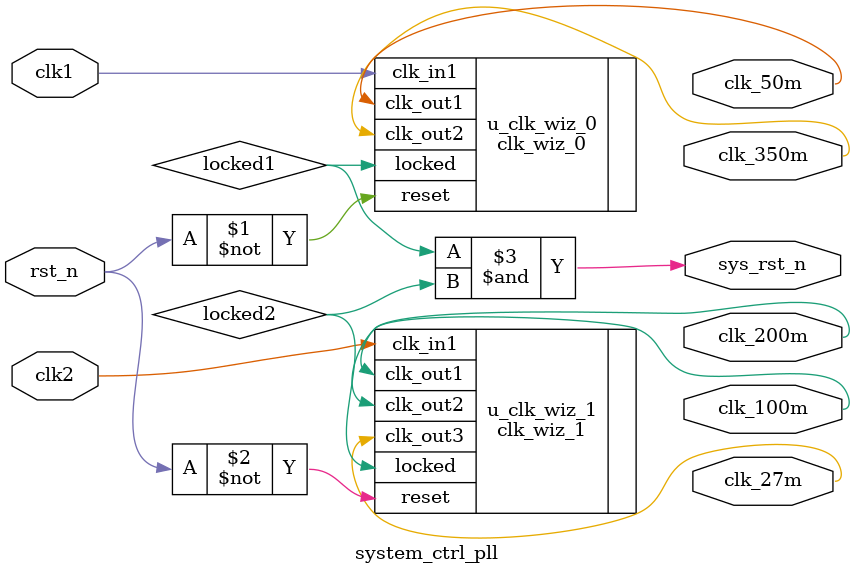
<source format=v>
/*-----------------------------------------------------------------------
                                 \\\|///
                               \\  - -  //
                                (  @ @  )
+-----------------------------oOOo-(_)-oOOo-----------------------------+
CONFIDENTIAL IN CONFIDENCE
This confidential and proprietary software may be only used as authorized
by a licensing agreement from CrazyBingo (Thereturnofbingo).
In the event of publication, the following notice is applicable:
Copyright (C) 2012-20xx CrazyBingo Corporation
The entire notice above must be reproduced on all authorized copies.
Author              :       CrazyBingo
Technology blogs    :       www.crazyfpga.com
Email Address       :       crazyfpga@vip.qq.com
Filename            :       system_ctrl_pll.v
Date                :       2011-6-25
Description         :       sync global clock and reset signal
Modification History    :
Date            By          Version         Change Description
=========================================================================
11/06/25        CrazyBingo  1.0             Original
12/03/12        CrazyBingo  1.1             Modification
12/06/01        CrazyBingo  1.4             Modification
12/11/18        CrazyBingo  2.0             Modification
13/10/24        CrazyBingo  2.1             Modification
-------------------------------------------------------------------------
|                                     Oooo                              |
+-------------------------------oooO--(   )-----------------------------+
                               (   )   ) /
                                \ (   (_/
                                 \_)
-----------------------------------------------------------------------*/
`timescale 1 ns / 1 ns
module system_ctrl_pll
(
    //  global clock
    input  wire                 clk1        ,
    input  wire                 clk2        ,
    input  wire                 rst_n       ,

    //  synced signal
    output wire                 clk_50m     ,
    output wire                 clk_350m    ,
    output wire                 clk_27m     ,
    output wire                 clk_200m    ,
    output wire                 clk_100m    ,
    output wire                 sys_rst_n
);
//----------------------------------------------------------------------
//  system pll module
wire                            locked1;

clk_wiz_0 u_clk_wiz_0 
(
    //  Clock in ports
    .clk_in1    (clk1       ),
    
    //  Status and control signals
    .reset      (~rst_n     ),
    .locked     (locked1    ),
    
    //  Clock out ports
    .clk_out1   (clk_50m    ),
    .clk_out2   (clk_350m   )
);

wire                            locked2;
 
clk_wiz_1 u_clk_wiz_1
(
    //  Clock in ports
    .clk_in1    (clk2       ),                                          //  input clk_in1
    
    //  Status and control signals
    .reset      (~rst_n     ),                                          //  input reset
    .locked     (locked2    ),                                          //  output locked
    
    //  Clock out ports
    .clk_out1   (clk_200m   ),                                          //  output clk_out1
    .clk_out2   (clk_100m   ),                                          //  output clk_out2
    .clk_out3   (clk_27m    )
);

assign sys_rst_n = locked1 & locked2;

endmodule


</source>
